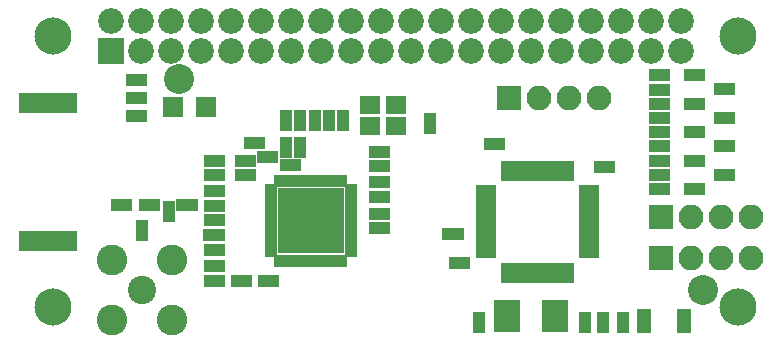
<source format=gts>
G04 #@! TF.GenerationSoftware,KiCad,Pcbnew,5.0.0-rc2-unknown-fc71fc6~65~ubuntu16.04.1*
G04 #@! TF.CreationDate,2018-06-08T12:28:42+02:00*
G04 #@! TF.ProjectId,mmdvm_hs-hat,6D6D64766D5F68732D6861742E6B6963,1.7*
G04 #@! TF.SameCoordinates,Original*
G04 #@! TF.FileFunction,Soldermask,Top*
G04 #@! TF.FilePolarity,Negative*
%FSLAX46Y46*%
G04 Gerber Fmt 4.6, Leading zero omitted, Abs format (unit mm)*
G04 Created by KiCad (PCBNEW 5.0.0-rc2-unknown-fc71fc6~65~ubuntu16.04.1) date Fri Jun  8 12:28:42 2018*
%MOMM*%
%LPD*%
G01*
G04 APERTURE LIST*
%ADD10O,2.100000X2.100000*%
%ADD11R,2.100000X2.100000*%
%ADD12R,1.800000X1.600000*%
%ADD13R,0.975000X1.050000*%
%ADD14C,2.540000*%
%ADD15R,1.050000X0.975000*%
%ADD16R,1.760000X1.800000*%
%ADD17C,2.400000*%
%ADD18C,2.600000*%
%ADD19R,1.300000X2.100000*%
%ADD20R,1.100000X0.650000*%
%ADD21R,0.650000X1.100000*%
%ADD22R,1.687500X1.687500*%
%ADD23R,0.650000X1.700000*%
%ADD24R,1.700000X0.650000*%
%ADD25R,2.300000X2.800000*%
%ADD26R,2.178000X2.178000*%
%ADD27C,2.178000*%
%ADD28C,3.148280*%
%ADD29R,4.900000X1.700000*%
G04 APERTURE END LIST*
D10*
G04 #@! TO.C,P2*
X218038680Y-128045720D03*
X215498680Y-128045720D03*
X212958680Y-128045720D03*
D11*
X210418680Y-128045720D03*
G04 #@! TD*
D12*
G04 #@! TO.C,X1*
X188023680Y-115136560D03*
X185823680Y-115136560D03*
X185823680Y-116836560D03*
X188023680Y-116836560D03*
G04 #@! TD*
D13*
G04 #@! TO.C,C3*
X172987500Y-119800000D03*
X172212500Y-119800000D03*
G04 #@! TD*
D14*
G04 #@! TO.C,*
X169600880Y-112897920D03*
G04 #@! TD*
D13*
G04 #@! TO.C,C4*
X172212500Y-123650000D03*
X172987500Y-123650000D03*
G04 #@! TD*
G04 #@! TO.C,C5*
X172987500Y-124850000D03*
X172212500Y-124850000D03*
G04 #@! TD*
G04 #@! TO.C,C2*
X172212500Y-121000000D03*
X172987500Y-121000000D03*
G04 #@! TD*
G04 #@! TO.C,C31*
X165612500Y-116000000D03*
X166387500Y-116000000D03*
G04 #@! TD*
D15*
G04 #@! TO.C,C1*
X168750000Y-123762500D03*
X168750000Y-124537500D03*
G04 #@! TD*
D13*
G04 #@! TO.C,C6*
X172212500Y-127400000D03*
X172987500Y-127400000D03*
G04 #@! TD*
G04 #@! TO.C,C7*
X172987500Y-130000000D03*
X172212500Y-130000000D03*
G04 #@! TD*
G04 #@! TO.C,C8*
X174885200Y-119809260D03*
X175660200Y-119809260D03*
G04 #@! TD*
G04 #@! TO.C,C9*
X175659280Y-121044920D03*
X174884280Y-121044920D03*
G04 #@! TD*
G04 #@! TO.C,C10*
X177587500Y-130000000D03*
X176812500Y-130000000D03*
G04 #@! TD*
G04 #@! TO.C,C11*
X177494080Y-119481600D03*
X176719080Y-119481600D03*
G04 #@! TD*
D15*
G04 #@! TO.C,C13*
X179902410Y-116004880D03*
X179902410Y-116779880D03*
G04 #@! TD*
G04 #@! TO.C,C14*
X181104820Y-116779880D03*
X181104820Y-116004880D03*
G04 #@! TD*
G04 #@! TO.C,C15*
X182307230Y-116779880D03*
X182307230Y-116004880D03*
G04 #@! TD*
D13*
G04 #@! TO.C,C29*
X165612500Y-113000000D03*
X166387500Y-113000000D03*
G04 #@! TD*
G04 #@! TO.C,C28*
X164362500Y-123600000D03*
X165137500Y-123600000D03*
G04 #@! TD*
D15*
G04 #@! TO.C,C27*
X166500000Y-126137500D03*
X166500000Y-125362500D03*
G04 #@! TD*
D13*
G04 #@! TO.C,C26*
X195937900Y-118424960D03*
X196712900Y-118424960D03*
G04 #@! TD*
G04 #@! TO.C,C25*
X206053840Y-120329960D03*
X205278840Y-120329960D03*
G04 #@! TD*
G04 #@! TO.C,C24*
X192995400Y-128437640D03*
X193770400Y-128437640D03*
G04 #@! TD*
D15*
G04 #@! TO.C,C23*
X204000000Y-133887500D03*
X204000000Y-133112500D03*
G04 #@! TD*
D13*
G04 #@! TO.C,C22*
X186212500Y-124350780D03*
X186987500Y-124350780D03*
G04 #@! TD*
D15*
G04 #@! TO.C,C21*
X195000000Y-133887500D03*
X195000000Y-133112500D03*
G04 #@! TD*
D13*
G04 #@! TO.C,C20*
X186212500Y-125550000D03*
X186987500Y-125550000D03*
G04 #@! TD*
D15*
G04 #@! TO.C,C19*
X190850000Y-116312500D03*
X190850000Y-117087500D03*
G04 #@! TD*
D13*
G04 #@! TO.C,C18*
X186212500Y-119050000D03*
X186987500Y-119050000D03*
G04 #@! TD*
D15*
G04 #@! TO.C,C17*
X183509640Y-116779880D03*
X183509640Y-116004880D03*
G04 #@! TD*
G04 #@! TO.C,C12*
X178700000Y-116004880D03*
X178700000Y-116779880D03*
G04 #@! TD*
G04 #@! TO.C,C16*
X205500000Y-133112500D03*
X205500000Y-133887500D03*
G04 #@! TD*
D16*
G04 #@! TO.C,C30*
X169120000Y-115250000D03*
X171880000Y-115250000D03*
G04 #@! TD*
D11*
G04 #@! TO.C,P1*
X210418680Y-124543820D03*
D10*
X212958680Y-124543820D03*
X215498680Y-124543820D03*
X218038680Y-124543820D03*
G04 #@! TD*
D11*
G04 #@! TO.C,P4*
X197596760Y-114503200D03*
D10*
X200136760Y-114503200D03*
X202676760Y-114503200D03*
X205216760Y-114503200D03*
G04 #@! TD*
D13*
G04 #@! TO.C,L6*
X179487500Y-120200000D03*
X178712500Y-120200000D03*
G04 #@! TD*
G04 #@! TO.C,L5*
X165612500Y-114500000D03*
X166387500Y-114500000D03*
G04 #@! TD*
G04 #@! TO.C,L4*
X172985580Y-126065280D03*
X172210580Y-126065280D03*
G04 #@! TD*
G04 #@! TO.C,L3*
X172987500Y-122350000D03*
X172212500Y-122350000D03*
G04 #@! TD*
G04 #@! TO.C,L2*
X170687500Y-123600000D03*
X169912500Y-123600000D03*
G04 #@! TD*
G04 #@! TO.C,L1*
X166762500Y-123600000D03*
X167537500Y-123600000D03*
G04 #@! TD*
G04 #@! TO.C,D9*
X213687500Y-122200000D03*
X212912500Y-122200000D03*
G04 #@! TD*
G04 #@! TO.C,D7*
X212912500Y-119800000D03*
X213687500Y-119800000D03*
G04 #@! TD*
G04 #@! TO.C,D6*
X216187500Y-118600000D03*
X215412500Y-118600000D03*
G04 #@! TD*
G04 #@! TO.C,D5*
X212912500Y-117400000D03*
X213687500Y-117400000D03*
G04 #@! TD*
G04 #@! TO.C,D4*
X216187500Y-116200000D03*
X215412500Y-116200000D03*
G04 #@! TD*
G04 #@! TO.C,D3*
X212912500Y-115000000D03*
X213687500Y-115000000D03*
G04 #@! TD*
G04 #@! TO.C,D2*
X213687500Y-112600000D03*
X212912500Y-112600000D03*
G04 #@! TD*
G04 #@! TO.C,D8*
X215412500Y-121000000D03*
X216187500Y-121000000D03*
G04 #@! TD*
G04 #@! TO.C,D1*
X216187500Y-113750000D03*
X215412500Y-113750000D03*
G04 #@! TD*
G04 #@! TO.C,R9*
X186987500Y-121600000D03*
X186212500Y-121600000D03*
G04 #@! TD*
D15*
G04 #@! TO.C,R7*
X207200000Y-133112500D03*
X207200000Y-133887500D03*
G04 #@! TD*
D13*
G04 #@! TO.C,R10*
X186987500Y-122900000D03*
X186212500Y-122900000D03*
G04 #@! TD*
G04 #@! TO.C,R12*
X209912500Y-115000000D03*
X210687500Y-115000000D03*
G04 #@! TD*
G04 #@! TO.C,R8*
X186987500Y-120300000D03*
X186212500Y-120300000D03*
G04 #@! TD*
D15*
G04 #@! TO.C,R6*
X179902410Y-118312500D03*
X179902410Y-119087500D03*
G04 #@! TD*
G04 #@! TO.C,R5*
X178700000Y-119087500D03*
X178700000Y-118312500D03*
G04 #@! TD*
D13*
G04 #@! TO.C,R4*
X175664980Y-118280180D03*
X176439980Y-118280180D03*
G04 #@! TD*
G04 #@! TO.C,R3*
X174512500Y-130000000D03*
X175287500Y-130000000D03*
G04 #@! TD*
G04 #@! TO.C,R11*
X209912500Y-112600000D03*
X210687500Y-112600000D03*
G04 #@! TD*
G04 #@! TO.C,R13*
X210687500Y-116200000D03*
X209912500Y-116200000D03*
G04 #@! TD*
G04 #@! TO.C,R14*
X209912500Y-117400000D03*
X210687500Y-117400000D03*
G04 #@! TD*
G04 #@! TO.C,R15*
X210687500Y-118600000D03*
X209912500Y-118600000D03*
G04 #@! TD*
G04 #@! TO.C,R16*
X209912500Y-119800000D03*
X210687500Y-119800000D03*
G04 #@! TD*
G04 #@! TO.C,R17*
X210687500Y-121000000D03*
X209912500Y-121000000D03*
G04 #@! TD*
G04 #@! TO.C,R18*
X210687500Y-113800000D03*
X209912500Y-113800000D03*
G04 #@! TD*
G04 #@! TO.C,R19*
X210687500Y-122200000D03*
X209912500Y-122200000D03*
G04 #@! TD*
G04 #@! TO.C,R2*
X172212500Y-128700000D03*
X172987500Y-128700000D03*
G04 #@! TD*
G04 #@! TO.C,R1*
X193219220Y-126044960D03*
X192444220Y-126044960D03*
G04 #@! TD*
D14*
G04 #@! TO.C,*
X214025480Y-130789680D03*
G04 #@! TD*
D17*
G04 #@! TO.C,P3*
X166500000Y-130800000D03*
D18*
X169040000Y-133340000D03*
X169040000Y-128260000D03*
X163960000Y-128260000D03*
X163960000Y-133340000D03*
G04 #@! TD*
D19*
G04 #@! TO.C,SW1*
X212400000Y-133400000D03*
X209000000Y-133400000D03*
G04 #@! TD*
D20*
G04 #@! TO.C,U1*
X177393750Y-122143750D03*
X177393750Y-122643750D03*
X177393750Y-123143750D03*
X177393750Y-123643750D03*
X177393750Y-124143750D03*
X177393750Y-124643750D03*
X177393750Y-125143750D03*
X177393750Y-125643750D03*
X177393750Y-126143750D03*
X177393750Y-126643750D03*
X177393750Y-127143750D03*
X177393750Y-127643750D03*
D21*
X178043750Y-128293750D03*
X178543750Y-128293750D03*
X179043750Y-128293750D03*
X179543750Y-128293750D03*
X180043750Y-128293750D03*
X180543750Y-128293750D03*
X181043750Y-128293750D03*
X181543750Y-128293750D03*
X182043750Y-128293750D03*
X182543750Y-128293750D03*
X183043750Y-128293750D03*
X183543750Y-128293750D03*
D20*
X184193750Y-127643750D03*
X184193750Y-127143750D03*
X184193750Y-126643750D03*
X184193750Y-126143750D03*
X184193750Y-125643750D03*
X184193750Y-125143750D03*
X184193750Y-124643750D03*
X184193750Y-124143750D03*
X184193750Y-123643750D03*
X184193750Y-123143750D03*
X184193750Y-122643750D03*
X184193750Y-122143750D03*
D21*
X183543750Y-121493750D03*
X183043750Y-121493750D03*
X182543750Y-121493750D03*
X182043750Y-121493750D03*
X181543750Y-121493750D03*
X181043750Y-121493750D03*
X180543750Y-121493750D03*
X180043750Y-121493750D03*
X179543750Y-121493750D03*
X179043750Y-121493750D03*
X178543750Y-121493750D03*
X178043750Y-121493750D03*
D22*
X182725000Y-126825000D03*
X182725000Y-125537500D03*
X182725000Y-124250000D03*
X182725000Y-122962500D03*
X181437500Y-126825000D03*
X181437500Y-125537500D03*
X181437500Y-124250000D03*
X181437500Y-122962500D03*
X180150000Y-126825000D03*
X180150000Y-125537500D03*
X180150000Y-124250000D03*
X180150000Y-122962500D03*
X178862500Y-126825000D03*
X178862500Y-125537500D03*
X178862500Y-124250000D03*
X178862500Y-122962500D03*
G04 #@! TD*
D23*
G04 #@! TO.C,U2*
X197250000Y-129350000D03*
X197750000Y-129350000D03*
X198250000Y-129350000D03*
X198750000Y-129350000D03*
X199250000Y-129350000D03*
X199750000Y-129350000D03*
X200250000Y-129350000D03*
X200750000Y-129350000D03*
X201250000Y-129350000D03*
X201750000Y-129350000D03*
X202250000Y-129350000D03*
X202750000Y-129350000D03*
D24*
X204350000Y-127750000D03*
X204350000Y-127250000D03*
X204350000Y-126750000D03*
X204350000Y-126250000D03*
X204350000Y-125750000D03*
X204350000Y-125250000D03*
X204350000Y-124750000D03*
X204350000Y-124250000D03*
X204350000Y-123750000D03*
X204350000Y-123250000D03*
X204350000Y-122750000D03*
X204350000Y-122250000D03*
D23*
X202750000Y-120650000D03*
X202250000Y-120650000D03*
X201750000Y-120650000D03*
X201250000Y-120650000D03*
X200750000Y-120650000D03*
X200250000Y-120650000D03*
X199750000Y-120650000D03*
X199250000Y-120650000D03*
X198750000Y-120650000D03*
X198250000Y-120650000D03*
X197750000Y-120650000D03*
X197250000Y-120650000D03*
D24*
X195650000Y-122250000D03*
X195650000Y-122750000D03*
X195650000Y-123250000D03*
X195650000Y-123750000D03*
X195650000Y-124250000D03*
X195650000Y-124750000D03*
X195650000Y-125250000D03*
X195650000Y-125750000D03*
X195650000Y-126250000D03*
X195650000Y-126750000D03*
X195650000Y-127250000D03*
X195650000Y-127750000D03*
G04 #@! TD*
D25*
G04 #@! TO.C,Y1*
X201500000Y-133000000D03*
X197400000Y-133000000D03*
G04 #@! TD*
D26*
G04 #@! TO.C,PI1*
X163830000Y-110507121D03*
D27*
X163830000Y-107967121D03*
X166370000Y-110507121D03*
X166370000Y-107967121D03*
X168910000Y-110507121D03*
X168910000Y-107967121D03*
X171450000Y-110507121D03*
X171450000Y-107967121D03*
X173990000Y-110507121D03*
X173990000Y-107967121D03*
X176530000Y-110507121D03*
X176530000Y-107967121D03*
X179070000Y-110507121D03*
X179070000Y-107967121D03*
X181610000Y-110507121D03*
X181610000Y-107967121D03*
X184150000Y-110507121D03*
X184150000Y-107967121D03*
X186690000Y-110507121D03*
X186690000Y-107967121D03*
X189230000Y-110507121D03*
X189230000Y-107967121D03*
X191770000Y-110507121D03*
X191770000Y-107967121D03*
X194310000Y-110507121D03*
X194310000Y-107967121D03*
X196850000Y-110507121D03*
X196850000Y-107967121D03*
X199390000Y-110507121D03*
X199390000Y-107967121D03*
X201930000Y-110507121D03*
X201930000Y-107967121D03*
X204470000Y-110507121D03*
X204470000Y-107967121D03*
X207010000Y-110507121D03*
X207010000Y-107967121D03*
X209550000Y-110507121D03*
X209550000Y-107967121D03*
X212090000Y-110507121D03*
X212090000Y-107967121D03*
D28*
X158958280Y-132239361D03*
X158958280Y-109237121D03*
X216959180Y-132239361D03*
X216959180Y-109237121D03*
G04 #@! TD*
D29*
G04 #@! TO.C,AE1*
X158500000Y-126600000D03*
X158500000Y-114900000D03*
G04 #@! TD*
M02*

</source>
